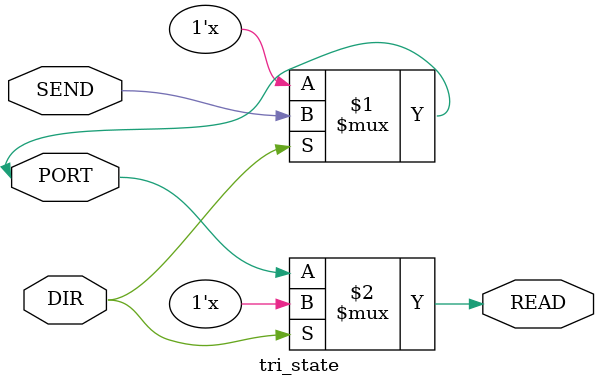
<source format=v>
/*********************************
 * Author: Icaro Mendes
 * Descricao: Tri-state buffer
 * 
*********************************/

module tri_state(
    PORT,
    DIR,
    SEND,
    READ
);

// inouts
    inout PORT;
// inputs
    input DIR, SEND;
// outputs
    output READ;

    assign PORT = DIR ? SEND :1'bZ; // se DIR = 1, PORT = SEND, se DIR = 0, PORT = alta impedancia
    assign READ = DIR ? 1'bz :PORT; // se DIR = 1, READ = alta impedancia, se DIR = 0, READ = PORT
endmodule
</source>
